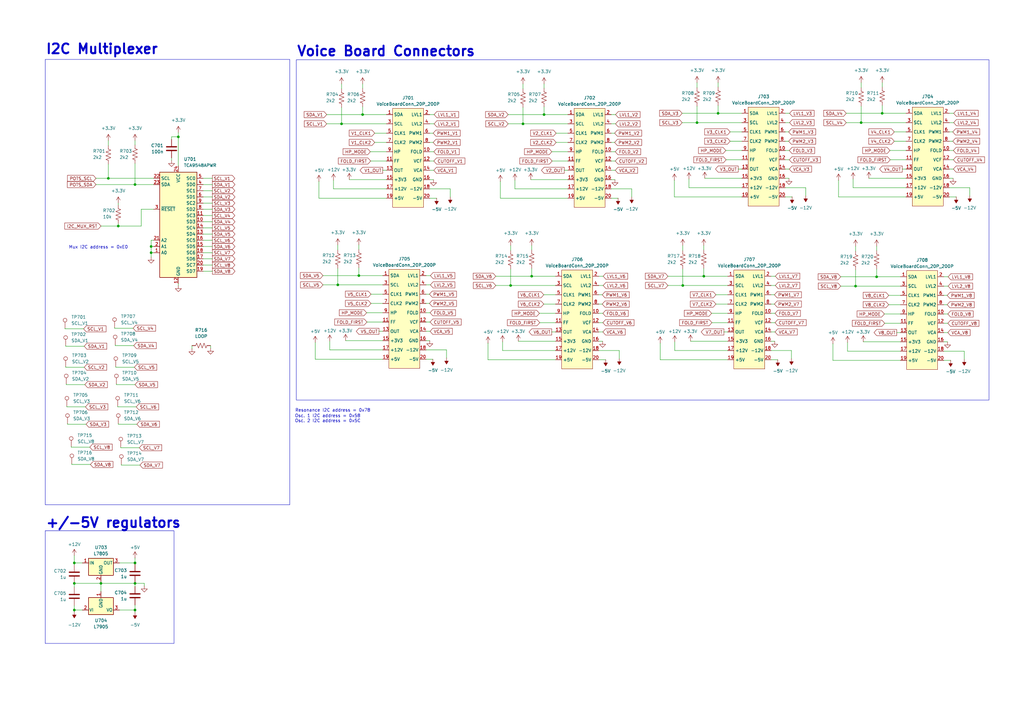
<source format=kicad_sch>
(kicad_sch (version 20231120) (generator "eeschema") (generator_version "8.0")
  (paper "A3")
  (junction (at 44.45 73.152))
  (junction (at 359.537 113.538))
  (junction (at 350.901 117.348))
  (junction (at 30.48 250.19))
  (junction (at 148.717 46.99))
  (junction (at 147.193 113.03))
  (junction (at 140.081 50.8))
  (junction (at 30.48 239.268))
  (junction (at 285.877 50.292))
  (junction (at 48.514 92.71))
  (junction (at 55.372 239.268))
  (junction (at 55.372 75.692))
  (junction (at 41.402 239.268))
  (junction (at 288.671 113.284))
  (junction (at 61.976 101.092))
  (junction (at 55.372 230.886))
  (junction (at 61.976 103.632))
  (junction (at 280.035 117.094))
  (junction (at 361.823 46.482))
  (junction (at 55.372 250.19))
  (junction (at 214.503 50.8))
  (junction (at 30.48 230.886))
  (junction (at 73.152 56.134))
  (junction (at 223.139 46.99))
  (junction (at 218.059 113.284))
  (junction (at 353.187 50.292))
  (junction (at 294.513 46.482))
  (junction (at 138.557 116.84))
  (junction (at 209.423 117.094))
  (wire (pts (xy 365.125 65.532) (xy 371.602 65.532)))
  (wire (pts (xy 29.21 183.388) (xy 29.21 183.134)))
  (wire (pts (xy 347.599 140.462) (xy 347.599 144.018)))
  (wire (pts (xy 226.314 136.144) (xy 227.838 136.144)))
  (wire (pts (xy 176.276 62.23) (xy 177.927 62.23)))
  (wire (pts (xy 316.23 117.094) (xy 318.008 117.094)))
  (wire (pts (xy 41.402 239.268) (xy 41.402 242.57)))
  (wire (pts (xy 174.752 116.84) (xy 176.53 116.84)))
  (wire (pts (xy 389.382 57.912) (xy 390.779 57.912)))
  (wire (pts (xy 174.752 139.7) (xy 176.276 139.7)))
  (wire (pts (xy 291.973 132.334) (xy 298.45 132.334)))
  (wire (pts (xy 30.48 239.268) (xy 30.48 240.792)))
  (wire (pts (xy 83.312 98.552) (xy 87.122 98.552)))
  (wire (pts (xy 174.752 128.27) (xy 176.403 128.27)))
  (wire (pts (xy 57.912 92.71) (xy 57.912 85.852)))
  (wire (pts (xy 83.312 83.312) (xy 87.122 83.312)))
  (wire (pts (xy 70.358 56.134) (xy 73.152 56.134)))
  (wire (pts (xy 245.618 113.284) (xy 247.396 113.284)))
  (wire (pts (xy 208.407 46.99) (xy 223.139 46.99)))
  (wire (pts (xy 250.698 69.85) (xy 252.349 69.85)))
  (wire (pts (xy 294.513 43.307) (xy 294.513 46.482)))
  (wire (pts (xy 273.939 117.094) (xy 280.035 117.094)))
  (wire (pts (xy 387.096 121.158) (xy 388.493 121.158)))
  (wire (pts (xy 259.08 77.47) (xy 259.08 80.772)))
  (wire (pts (xy 343.916 80.772) (xy 371.602 80.772)))
  (wire (pts (xy 366.776 57.912) (xy 371.602 57.912)))
  (wire (pts (xy 293.624 120.904) (xy 298.45 120.904)))
  (wire (pts (xy 316.23 136.144) (xy 317.881 136.144)))
  (wire (pts (xy 223.139 46.99) (xy 232.918 46.99)))
  (wire (pts (xy 174.752 143.51) (xy 183.134 143.51)))
  (wire (pts (xy 270.764 140.716) (xy 270.764 147.574)))
  (wire (pts (xy 250.698 62.23) (xy 252.349 62.23)))
  (wire (pts (xy 270.764 147.574) (xy 298.45 147.574)))
  (wire (pts (xy 350.901 110.617) (xy 350.901 117.348)))
  (wire (pts (xy 293.624 124.714) (xy 298.45 124.714)))
  (wire (pts (xy 370.078 69.342) (xy 371.602 69.342)))
  (wire (pts (xy 349.885 73.406) (xy 349.885 76.962)))
  (wire (pts (xy 322.072 54.102) (xy 323.469 54.102)))
  (wire (pts (xy 46.99 134.62) (xy 54.61 134.62)))
  (wire (pts (xy 26.924 150.622) (xy 34.544 150.622)))
  (wire (pts (xy 223.012 120.904) (xy 227.838 120.904)))
  (wire (pts (xy 129.286 147.32) (xy 156.972 147.32)))
  (wire (pts (xy 55.372 239.268) (xy 55.372 240.538)))
  (wire (pts (xy 316.23 132.334) (xy 317.881 132.334)))
  (wire (pts (xy 150.368 128.27) (xy 156.972 128.27)))
  (wire (pts (xy 44.45 73.152) (xy 62.992 73.152)))
  (wire (pts (xy 83.312 80.772) (xy 87.122 80.772)))
  (wire (pts (xy 349.885 76.962) (xy 371.602 76.962)))
  (wire (pts (xy 299.466 54.102) (xy 304.292 54.102)))
  (wire (pts (xy 200.152 140.716) (xy 200.152 147.574)))
  (wire (pts (xy 250.698 77.47) (xy 259.08 77.47)))
  (wire (pts (xy 48.514 173.99) (xy 48.514 173.736)))
  (wire (pts (xy 245.618 139.954) (xy 247.142 139.954)))
  (wire (pts (xy 209.423 117.094) (xy 227.838 117.094)))
  (wire (pts (xy 70.358 57.15) (xy 70.358 56.134)))
  (wire (pts (xy 245.618 120.904) (xy 247.015 120.904)))
  (wire (pts (xy 176.276 73.66) (xy 177.8 73.66)))
  (wire (pts (xy 176.276 66.04) (xy 177.927 66.04)))
  (wire (pts (xy 48.514 83.312) (xy 48.514 84.074)))
  (wire (pts (xy 203.327 113.284) (xy 218.059 113.284)))
  (wire (pts (xy 282.575 76.962) (xy 304.292 76.962)))
  (wire (pts (xy 353.187 50.292) (xy 371.602 50.292)))
  (wire (pts (xy 83.312 73.152) (xy 87.122 73.152)))
  (wire (pts (xy 26.924 150.622) (xy 26.924 150.368)))
  (wire (pts (xy 49.022 230.886) (xy 55.372 230.886)))
  (wire (pts (xy 254 143.764) (xy 254 147.066)))
  (wire (pts (xy 250.698 58.42) (xy 252.095 58.42)))
  (wire (pts (xy 47.244 141.732) (xy 54.864 141.732)))
  (wire (pts (xy 30.48 227.838) (xy 30.48 230.886)))
  (wire (pts (xy 176.276 54.61) (xy 177.673 54.61)))
  (wire (pts (xy 389.382 46.482) (xy 391.16 46.482)))
  (wire (pts (xy 41.402 239.268) (xy 55.372 239.268)))
  (wire (pts (xy 387.096 132.588) (xy 388.747 132.588)))
  (wire (pts (xy 147.193 113.03) (xy 156.972 113.03)))
  (wire (pts (xy 322.072 61.722) (xy 323.723 61.722)))
  (wire (pts (xy 387.096 128.778) (xy 388.747 128.778)))
  (wire (pts (xy 49.784 190.754) (xy 49.784 190.5)))
  (wire (pts (xy 44.45 57.658) (xy 44.45 59.69)))
  (wire (pts (xy 27.178 157.734) (xy 27.178 157.48)))
  (wire (pts (xy 148.717 34.417) (xy 148.717 36.195)))
  (wire (pts (xy 359.537 110.363) (xy 359.537 113.538)))
  (wire (pts (xy 367.792 136.398) (xy 369.316 136.398)))
  (wire (pts (xy 152.146 120.65) (xy 156.972 120.65)))
  (wire (pts (xy 387.096 136.398) (xy 388.747 136.398)))
  (wire (pts (xy 55.372 230.886) (xy 55.372 231.394)))
  (wire (pts (xy 299.466 57.912) (xy 304.292 57.912)))
  (wire (pts (xy 174.752 135.89) (xy 176.403 135.89)))
  (wire (pts (xy 389.382 73.152) (xy 390.906 73.152)))
  (wire (pts (xy 141.732 139.7) (xy 156.972 139.7)))
  (wire (pts (xy 86.36 141.732) (xy 86.36 142.748)))
  (wire (pts (xy 27.178 157.734) (xy 34.798 157.734)))
  (wire (pts (xy 129.286 140.462) (xy 129.286 147.32)))
  (wire (pts (xy 280.035 100.711) (xy 280.035 102.743)))
  (wire (pts (xy 389.382 69.342) (xy 391.033 69.342)))
  (wire (pts (xy 183.134 143.51) (xy 183.134 146.812)))
  (wire (pts (xy 341.63 147.828) (xy 369.316 147.828)))
  (wire (pts (xy 389.382 54.102) (xy 390.779 54.102)))
  (wire (pts (xy 174.752 132.08) (xy 176.403 132.08)))
  (wire (pts (xy 155.448 135.89) (xy 156.972 135.89)))
  (wire (pts (xy 279.781 46.482) (xy 294.513 46.482)))
  (wire (pts (xy 132.461 116.84) (xy 138.557 116.84)))
  (wire (pts (xy 184.658 77.47) (xy 184.658 80.772)))
  (wire (pts (xy 341.63 140.97) (xy 341.63 147.828)))
  (wire (pts (xy 61.976 98.552) (xy 62.992 98.552)))
  (wire (pts (xy 205.232 81.28) (xy 232.918 81.28)))
  (wire (pts (xy 147.193 100.457) (xy 147.193 102.235)))
  (wire (pts (xy 297.688 61.722) (xy 304.292 61.722)))
  (wire (pts (xy 206.121 143.764) (xy 227.838 143.764)))
  (wire (pts (xy 343.916 73.914) (xy 343.916 80.772)))
  (wire (pts (xy 174.752 113.03) (xy 176.53 113.03)))
  (wire (pts (xy 302.768 69.342) (xy 304.292 69.342)))
  (wire (pts (xy 322.072 69.342) (xy 323.723 69.342)))
  (wire (pts (xy 39.37 73.152) (xy 44.45 73.152)))
  (wire (pts (xy 218.059 100.711) (xy 218.059 102.489)))
  (wire (pts (xy 130.81 81.28) (xy 158.496 81.28)))
  (wire (pts (xy 59.182 240.284) (xy 59.182 239.268)))
  (wire (pts (xy 41.402 92.71) (xy 48.514 92.71)))
  (wire (pts (xy 361.823 46.482) (xy 371.602 46.482)))
  (wire (pts (xy 218.059 113.284) (xy 227.838 113.284)))
  (wire (pts (xy 291.846 128.524) (xy 298.45 128.524)))
  (wire (pts (xy 250.698 81.28) (xy 253.492 81.28)))
  (wire (pts (xy 48.514 92.71) (xy 57.912 92.71)))
  (wire (pts (xy 138.557 116.84) (xy 156.972 116.84)))
  (wire (pts (xy 223.139 34.417) (xy 223.139 36.195)))
  (wire (pts (xy 245.618 147.574) (xy 248.412 147.574)))
  (wire (pts (xy 133.985 46.99) (xy 148.717 46.99)))
  (wire (pts (xy 285.877 50.292) (xy 304.292 50.292)))
  (wire (pts (xy 387.096 124.968) (xy 388.493 124.968)))
  (wire (pts (xy 30.48 250.19) (xy 30.48 250.952)))
  (wire (pts (xy 285.877 43.561) (xy 285.877 50.292)))
  (wire (pts (xy 297.815 65.532) (xy 304.292 65.532)))
  (wire (pts (xy 174.752 124.46) (xy 176.149 124.46)))
  (wire (pts (xy 143.256 73.66) (xy 158.496 73.66)))
  (wire (pts (xy 73.152 56.134) (xy 73.152 68.072)))
  (wire (pts (xy 203.327 117.094) (xy 209.423 117.094)))
  (wire (pts (xy 55.372 239.014) (xy 55.372 239.268)))
  (wire (pts (xy 136.779 77.47) (xy 158.496 77.47)))
  (wire (pts (xy 150.495 132.08) (xy 156.972 132.08)))
  (wire (pts (xy 206.121 140.208) (xy 206.121 143.764)))
  (wire (pts (xy 354.076 140.208) (xy 369.316 140.208)))
  (wire (pts (xy 26.924 141.986) (xy 26.924 141.732)))
  (wire (pts (xy 46.99 134.62) (xy 46.99 134.366)))
  (wire (pts (xy 61.976 101.092) (xy 62.992 101.092)))
  (wire (pts (xy 322.072 46.482) (xy 323.85 46.482)))
  (wire (pts (xy 212.598 139.954) (xy 227.838 139.954)))
  (wire (pts (xy 324.612 143.764) (xy 324.612 147.066)))
  (wire (pts (xy 148.717 46.99) (xy 158.496 46.99)))
  (wire (pts (xy 350.901 100.965) (xy 350.901 102.997)))
  (wire (pts (xy 245.618 128.524) (xy 247.269 128.524)))
  (wire (pts (xy 283.21 139.954) (xy 298.45 139.954)))
  (wire (pts (xy 30.48 248.412) (xy 30.48 250.19)))
  (wire (pts (xy 359.537 113.538) (xy 369.316 113.538)))
  (wire (pts (xy 83.312 88.392) (xy 87.122 88.392)))
  (wire (pts (xy 153.67 58.42) (xy 158.496 58.42)))
  (wire (pts (xy 217.678 73.66) (xy 232.918 73.66)))
  (wire (pts (xy 366.776 54.102) (xy 371.602 54.102)))
  (wire (pts (xy 214.503 34.417) (xy 214.503 36.449)))
  (wire (pts (xy 347.599 144.018) (xy 369.316 144.018)))
  (wire (pts (xy 208.407 50.8) (xy 214.503 50.8)))
  (wire (pts (xy 130.81 74.422) (xy 130.81 81.28)))
  (wire (pts (xy 174.752 147.32) (xy 177.546 147.32)))
  (wire (pts (xy 316.23 147.574) (xy 319.024 147.574)))
  (wire (pts (xy 316.23 139.954) (xy 317.754 139.954)))
  (wire (pts (xy 361.823 33.909) (xy 361.823 35.687)))
  (wire (pts (xy 282.575 73.406) (xy 282.575 76.962)))
  (wire (pts (xy 55.372 57.658) (xy 55.372 59.436)))
  (wire (pts (xy 73.152 54.356) (xy 73.152 56.134)))
  (wire (pts (xy 151.892 62.23) (xy 158.496 62.23)))
  (wire (pts (xy 55.372 230.886) (xy 55.372 228.854)))
  (wire (pts (xy 221.234 128.524) (xy 227.838 128.524)))
  (wire (pts (xy 316.23 120.904) (xy 317.627 120.904)))
  (wire (pts (xy 140.081 44.069) (xy 140.081 50.8)))
  (wire (pts (xy 322.072 65.532) (xy 323.723 65.532)))
  (wire (pts (xy 280.035 117.094) (xy 298.45 117.094)))
  (wire (pts (xy 176.276 46.99) (xy 178.054 46.99)))
  (wire (pts (xy 138.557 110.109) (xy 138.557 116.84)))
  (wire (pts (xy 344.805 113.538) (xy 359.537 113.538)))
  (wire (pts (xy 362.839 132.588) (xy 369.316 132.588)))
  (wire (pts (xy 47.752 157.734) (xy 55.372 157.734)))
  (wire (pts (xy 322.072 73.152) (xy 323.596 73.152)))
  (wire (pts (xy 285.877 33.909) (xy 285.877 35.941)))
  (wire (pts (xy 70.358 64.77) (xy 70.358 65.786)))
  (wire (pts (xy 78.74 141.732) (xy 78.74 143.002)))
  (wire (pts (xy 153.67 54.61) (xy 158.496 54.61)))
  (wire (pts (xy 387.096 140.208) (xy 388.62 140.208)))
  (wire (pts (xy 316.23 143.764) (xy 324.612 143.764)))
  (wire (pts (xy 209.423 110.363) (xy 209.423 117.094)))
  (wire (pts (xy 61.976 103.632) (xy 62.992 103.632)))
  (wire (pts (xy 223.139 43.815) (xy 223.139 46.99)))
  (wire (pts (xy 44.45 67.31) (xy 44.45 73.152)))
  (wire (pts (xy 214.503 44.069) (xy 214.503 50.8)))
  (wire (pts (xy 47.498 150.622) (xy 55.118 150.622)))
  (wire (pts (xy 387.096 117.348) (xy 388.874 117.348)))
  (wire (pts (xy 55.372 75.692) (xy 62.992 75.692)))
  (wire (pts (xy 294.513 33.909) (xy 294.513 35.687)))
  (wire (pts (xy 49.022 250.19) (xy 55.372 250.19)))
  (wire (pts (xy 347.091 46.482) (xy 361.823 46.482)))
  (wire (pts (xy 276.606 80.772) (xy 304.292 80.772)))
  (wire (pts (xy 49.53 183.642) (xy 57.15 183.642)))
  (wire (pts (xy 47.244 141.732) (xy 47.244 141.478)))
  (wire (pts (xy 387.096 147.828) (xy 389.89 147.828)))
  (wire (pts (xy 176.276 69.85) (xy 177.927 69.85)))
  (wire (pts (xy 152.146 124.46) (xy 156.972 124.46)))
  (wire (pts (xy 174.752 120.65) (xy 176.149 120.65)))
  (wire (pts (xy 83.312 101.092) (xy 87.122 101.092)))
  (wire (pts (xy 27.686 173.99) (xy 27.686 173.736)))
  (wire (pts (xy 55.372 67.056) (xy 55.372 75.692)))
  (wire (pts (xy 211.201 73.914) (xy 211.201 77.47)))
  (wire (pts (xy 83.312 103.632) (xy 87.122 103.632)))
  (wire (pts (xy 140.081 34.417) (xy 140.081 36.449)))
  (wire (pts (xy 49.784 190.754) (xy 57.404 190.754)))
  (wire (pts (xy 250.698 46.99) (xy 252.476 46.99)))
  (wire (pts (xy 226.314 62.23) (xy 232.918 62.23)))
  (wire (pts (xy 250.698 66.04) (xy 252.349 66.04)))
  (wire (pts (xy 245.618 132.334) (xy 247.269 132.334)))
  (wire (pts (xy 353.187 43.561) (xy 353.187 50.292)))
  (wire (pts (xy 214.503 50.8) (xy 232.918 50.8)))
  (wire (pts (xy 289.052 73.152) (xy 304.292 73.152)))
  (wire (pts (xy 316.23 128.524) (xy 317.881 128.524)))
  (wire (pts (xy 55.372 250.19) (xy 55.372 251.206)))
  (wire (pts (xy 273.939 113.284) (xy 288.671 113.284)))
  (wire (pts (xy 209.423 100.711) (xy 209.423 102.743)))
  (wire (pts (xy 359.537 100.965) (xy 359.537 102.743)))
  (wire (pts (xy 387.096 144.018) (xy 395.478 144.018)))
  (wire (pts (xy 221.361 132.334) (xy 227.838 132.334)))
  (wire (pts (xy 48.26 166.878) (xy 48.26 166.624)))
  (wire (pts (xy 389.382 80.772) (xy 392.176 80.772)))
  (wire (pts (xy 322.072 76.962) (xy 330.454 76.962)))
  (wire (pts (xy 41.402 238.506) (xy 41.402 239.268)))
  (wire (pts (xy 29.464 190.5) (xy 29.464 190.246)))
  (wire (pts (xy 30.48 230.886) (xy 33.782 230.886)))
  (wire (pts (xy 61.976 105.41) (xy 61.976 103.632)))
  (wire (pts (xy 356.362 73.152) (xy 371.602 73.152)))
  (wire (pts (xy 27.432 166.878) (xy 35.052 166.878)))
  (wire (pts (xy 73.152 116.332) (xy 73.152 117.094)))
  (wire (pts (xy 30.48 230.886) (xy 30.48 231.648)))
  (wire (pts (xy 148.717 43.815) (xy 148.717 46.99)))
  (wire (pts (xy 48.26 166.878) (xy 55.88 166.878)))
  (wire (pts (xy 389.382 50.292) (xy 391.16 50.292)))
  (wire (pts (xy 83.312 96.012) (xy 87.122 96.012)))
  (wire (pts (xy 61.976 101.092) (xy 61.976 98.552)))
  (wire (pts (xy 316.23 113.284) (xy 318.008 113.284)))
  (wire (pts (xy 364.49 121.158) (xy 369.316 121.158)))
  (wire (pts (xy 280.035 110.363) (xy 280.035 117.094)))
  (wire (pts (xy 83.312 78.232) (xy 87.122 78.232)))
  (wire (pts (xy 29.464 190.5) (xy 37.084 190.5)))
  (wire (pts (xy 140.081 50.8) (xy 158.496 50.8)))
  (wire (pts (xy 250.698 54.61) (xy 252.095 54.61)))
  (wire (pts (xy 288.671 110.109) (xy 288.671 113.284)))
  (wire (pts (xy 228.092 54.61) (xy 232.918 54.61)))
  (wire (pts (xy 176.276 50.8) (xy 178.054 50.8)))
  (wire (pts (xy 231.394 69.85) (xy 232.918 69.85)))
  (wire (pts (xy 133.985 50.8) (xy 140.081 50.8)))
  (wire (pts (xy 135.255 143.51) (xy 156.972 143.51)))
  (wire (pts (xy 152.019 66.04) (xy 158.496 66.04)))
  (wire (pts (xy 395.478 144.018) (xy 395.478 147.32)))
  (wire (pts (xy 135.255 139.954) (xy 135.255 143.51)))
  (wire (pts (xy 83.312 93.472) (xy 87.122 93.472)))
  (wire (pts (xy 27.686 173.99) (xy 35.306 173.99)))
  (wire (pts (xy 226.441 66.04) (xy 232.918 66.04)))
  (wire (pts (xy 48.514 91.694) (xy 48.514 92.71)))
  (wire (pts (xy 362.712 128.778) (xy 369.316 128.778)))
  (wire (pts (xy 387.096 113.538) (xy 388.874 113.538)))
  (wire (pts (xy 294.513 46.482) (xy 304.292 46.482)))
  (wire (pts (xy 55.372 250.19) (xy 55.372 248.158)))
  (wire (pts (xy 361.823 43.307) (xy 361.823 46.482)))
  (wire (pts (xy 26.67 134.874) (xy 34.29 134.874)))
  (wire (pts (xy 288.671 113.284) (xy 298.45 113.284)))
  (wire (pts (xy 276.733 140.208) (xy 276.733 143.764)))
  (wire (pts (xy 322.072 80.772) (xy 324.866 80.772)))
  (wire (pts (xy 389.382 61.722) (xy 391.033 61.722)))
  (wire (pts (xy 350.901 117.348) (xy 369.316 117.348)))
  (wire (pts (xy 245.618 124.714) (xy 247.015 124.714)))
  (wire (pts (xy 132.461 113.03) (xy 147.193 113.03)))
  (wire (pts (xy 344.805 117.348) (xy 350.901 117.348)))
  (wire (pts (xy 147.193 109.855) (xy 147.193 113.03)))
  (wire (pts (xy 218.059 110.109) (xy 218.059 113.284)))
  (wire (pts (xy 389.382 76.962) (xy 397.764 76.962)))
  (wire (pts (xy 136.779 73.914) (xy 136.779 77.47)))
  (wire (pts (xy 200.152 147.574) (xy 227.838 147.574)))
  (wire (pts (xy 48.514 173.99) (xy 56.134 173.99)))
  (wire (pts (xy 83.312 75.692) (xy 87.122 75.692)))
  (wire (pts (xy 47.498 150.622) (xy 47.498 150.368)))
  (wire (pts (xy 83.312 111.252) (xy 87.122 111.252)))
  (wire (pts (xy 39.37 75.692) (xy 55.372 75.692)))
  (wire (pts (xy 296.926 136.144) (xy 298.45 136.144)))
  (wire (pts (xy 205.232 74.422) (xy 205.232 81.28)))
  (wire (pts (xy 83.312 90.932) (xy 87.122 90.932)))
  (wire (pts (xy 59.182 239.268) (xy 55.372 239.268)))
  (wire (pts (xy 156.972 69.85) (xy 158.496 69.85)))
  (wire (pts (xy 250.698 50.8) (xy 252.476 50.8)))
  (wire (pts (xy 176.276 58.42) (xy 177.673 58.42)))
  (wire (pts (xy 176.276 81.28) (xy 179.07 81.28)))
  (wire (pts (xy 330.454 76.962) (xy 330.454 80.264)))
  (wire (pts (xy 245.618 117.094) (xy 247.396 117.094)))
  (wire (pts (xy 26.924 141.986) (xy 34.544 141.986)))
  (wire (pts (xy 30.48 239.268) (xy 41.402 239.268)))
  (wire (pts (xy 29.21 183.388) (xy 36.83 183.388)))
  (wire (pts (xy 26.67 134.874) (xy 26.67 134.62)))
  (wire (pts (xy 322.072 50.292) (xy 323.85 50.292)))
  (wire (pts (xy 223.012 124.714) (xy 227.838 124.714)))
  (wire (pts (xy 30.48 250.19) (xy 33.782 250.19)))
  (wire (pts (xy 245.618 143.764) (xy 254 143.764)))
  (wire (pts (xy 245.618 136.144) (xy 247.269 136.144)))
  (wire (pts (xy 316.23 124.714) (xy 317.627 124.714)))
  (wire (pts (xy 279.781 50.292) (xy 285.877 50.292)))
  (wire (pts (xy 353.187 33.909) (xy 353.187 35.941)))
  (wire (pts (xy 228.092 58.42) (xy 232.918 58.42)))
  (wire (pts (xy 138.557 100.457) (xy 138.557 102.489)))
  (wire (pts (xy 27.432 166.878) (xy 27.432 166.624)))
  (wire (pts (xy 397.764 76.962) (xy 397.764 80.264)))
  (wire (pts (xy 322.072 57.912) (xy 323.469 57.912)))
  (wire (pts (xy 288.671 100.711) (xy 288.671 102.489)))
  (wire (pts (xy 49.53 183.642) (xy 49.53 183.388)))
  (wire (pts (xy 61.976 103.632) (xy 61.976 101.092)))
  (wire (pts (xy 364.49 124.968) (xy 369.316 124.968)))
  (wire (pts (xy 276.733 143.764) (xy 298.45 143.764)))
  (wire (pts (xy 83.312 108.712) (xy 87.122 108.712)))
  (wire (pts (xy 250.698 73.66) (xy 252.222 73.66)))
  (wire (pts (xy 83.312 106.172) (xy 87.122 106.172)))
  (wire (pts (xy 47.752 157.734) (xy 47.752 157.48)))
  (wire (pts (xy 211.201 77.47) (xy 232.918 77.47)))
  (wire (pts (xy 276.606 73.914) (xy 276.606 80.772)))
  (wire (pts (xy 83.312 85.852) (xy 87.122 85.852)))
  (wire (pts (xy 57.912 85.852) (xy 62.992 85.852)))
  (wire (pts (xy 347.091 50.292) (xy 353.187 50.292)))
  (wire (pts (xy 364.998 61.722) (xy 371.602 61.722)))
  (wire (pts (xy 176.276 77.47) (xy 184.658 77.47)))
  (wire (pts (xy 389.382 65.532) (xy 391.033 65.532)))
  (rectangle (start 121.539 24.511) (end 405.638 164.084))
  (rectangle (start 18.542 24.384) (end 118.872 207.01))
  (rectangle (start 18.542 217.678) (end 71.374 263.906))
  (text "Osc. 1 I2C address = 0x58\nOsc. 2 I2C address = 0x5C" (at 120.904 173.482 0) (effects (font (size 1.27 1.27)) (justify left bottom)))
  (text "I2C Multiplexer" (at 18.542 22.606 0) (effects (font (size 4 4) (thickness 0.8) (bold yes)) (justify left bottom)))
  (text "Voice Board Connectors" (at 121.539 23.495 0) (effects (font (size 4 4) (thickness 0.8) (bold yes)) (justify left bottom)))
  (text "+/-5V regulators" (at 18.542 216.916 0) (effects (font (size 4 4) (thickness 0.8) (bold yes)) (justify left bottom)))
  (text "Mux I2C address = 0xE0" (at 28.194 102.235 0) (effects (font (size 1.27 1.27)) (justify left bottom)))
  (text "Resonance I2C address = 0x78" (at 121.031 169.164 0) (effects (font (size 1.27 1.27)) (justify left bottom)))
  (global_label "LVL1_V6" (shape input) (at 247.396 113.284 0) (property "Intersheetrefs" "${INTERSHEET_REFS}" (effects (hide yes))))
  (global_label "SCL_V5" (shape input) (at 55.118 150.622 0) (property "Intersheetrefs" "${INTERSHEET_REFS}" (effects (hide yes))))
  (global_label "SDA_V1" (shape input) (at 133.985 46.99 180) (property "Intersheetrefs" "${INTERSHEET_REFS}" (effects (hide yes))))
  (global_label "SCL_V7" (shape output) (at 87.122 103.632 0) (property "Intersheetrefs" "${INTERSHEET_REFS}" (effects (hide yes))))
  (global_label "SDA_V7" (shape input) (at 273.939 113.284 180) (property "Intersheetrefs" "${INTERSHEET_REFS}" (effects (hide yes))))
  (global_label "SDA_V6" (shape input) (at 56.134 173.99 0) (property "Intersheetrefs" "${INTERSHEET_REFS}" (effects (hide yes))))
  (global_label "LVL2_V8" (shape input) (at 388.874 117.348 0) (property "Intersheetrefs" "${INTERSHEET_REFS}" (effects (hide yes))))
  (global_label "V6_CLK1" (shape input) (at 223.012 120.904 180) (property "Intersheetrefs" "${INTERSHEET_REFS}" (effects (hide yes))))
  (global_label "PWM1_V3" (shape input) (at 323.469 54.102 0) (property "Intersheetrefs" "${INTERSHEET_REFS}" (effects (hide yes))))
  (global_label "PWM2_V5" (shape input) (at 176.149 124.46 0) (property "Intersheetrefs" "${INTERSHEET_REFS}" (effects (hide yes))))
  (global_label "V5_OUT" (shape output) (at 155.448 135.89 180) (property "Intersheetrefs" "${INTERSHEET_REFS}" (effects (hide yes))))
  (global_label "HP_MODE" (shape input) (at 291.846 128.524 180) (property "Intersheetrefs" "${INTERSHEET_REFS}" (effects (hide yes))))
  (global_label "SCL_V4" (shape input) (at 347.091 50.292 180) (property "Intersheetrefs" "${INTERSHEET_REFS}" (effects (hide yes))))
  (global_label "SDA_V3" (shape input) (at 35.306 173.99 0) (property "Intersheetrefs" "${INTERSHEET_REFS}" (effects (hide yes))))
  (global_label "SCL_V5" (shape output) (at 87.122 93.472 0) (property "Intersheetrefs" "${INTERSHEET_REFS}" (effects (hide yes))))
  (global_label "HP_MODE" (shape input) (at 362.712 128.778 180) (property "Intersheetrefs" "${INTERSHEET_REFS}" (effects (hide yes))))
  (global_label "PWM2_V2" (shape input) (at 252.095 58.42 0) (property "Intersheetrefs" "${INTERSHEET_REFS}" (effects (hide yes))))
  (global_label "VCA_V8" (shape input) (at 388.747 136.398 0) (property "Intersheetrefs" "${INTERSHEET_REFS}" (effects (hide yes))))
  (global_label "LVL2_V6" (shape input) (at 247.396 117.094 0) (property "Intersheetrefs" "${INTERSHEET_REFS}" (effects (hide yes))))
  (global_label "POTS_SCL" (shape input) (at 39.37 73.152 180) (property "Intersheetrefs" "${INTERSHEET_REFS}" (effects (hide yes))))
  (global_label "SCL_V7" (shape input) (at 273.939 117.094 180) (property "Intersheetrefs" "${INTERSHEET_REFS}" (effects (hide yes))))
  (global_label "V6_CLK2" (shape input) (at 223.012 124.714 180) (property "Intersheetrefs" "${INTERSHEET_REFS}" (effects (hide yes))))
  (global_label "HP_MODE" (shape input) (at 297.688 61.722 180) (property "Intersheetrefs" "${INTERSHEET_REFS}" (effects (hide yes))))
  (global_label "CUTOFF_V2" (shape input) (at 252.349 66.04 0) (property "Intersheetrefs" "${INTERSHEET_REFS}" (effects (hide yes))))
  (global_label "SDA_V4" (shape input) (at 347.091 46.482 180) (property "Intersheetrefs" "${INTERSHEET_REFS}" (effects (hide yes))))
  (global_label "V1_OUT" (shape output) (at 156.972 69.85 180) (property "Intersheetrefs" "${INTERSHEET_REFS}" (effects (hide yes))))
  (global_label "PWM1_V1" (shape input) (at 177.673 54.61 0) (property "Intersheetrefs" "${INTERSHEET_REFS}" (effects (hide yes))))
  (global_label "SCL_V2" (shape output) (at 87.122 78.232 0) (property "Intersheetrefs" "${INTERSHEET_REFS}" (effects (hide yes))))
  (global_label "PWM2_V8" (shape input) (at 388.493 124.968 0) (property "Intersheetrefs" "${INTERSHEET_REFS}" (effects (hide yes))))
  (global_label "I2C_MUX_RST" (shape input) (at 41.402 92.71 180) (property "Intersheetrefs" "${INTERSHEET_REFS}" (effects (hide yes))))
  (global_label "PWM2_V4" (shape input) (at 390.779 57.912 0) (property "Intersheetrefs" "${INTERSHEET_REFS}" (effects (hide yes))))
  (global_label "SCL_V1" (shape input) (at 133.985 50.8 180) (property "Intersheetrefs" "${INTERSHEET_REFS}" (effects (hide yes))))
  (global_label "LVL1_V7" (shape input) (at 318.008 113.284 0) (property "Intersheetrefs" "${INTERSHEET_REFS}" (effects (hide yes))))
  (global_label "SCL_V3" (shape output) (at 87.122 83.312 0) (property "Intersheetrefs" "${INTERSHEET_REFS}" (effects (hide yes))))
  (global_label "SCL_V3" (shape input) (at 35.052 166.878 0) (property "Intersheetrefs" "${INTERSHEET_REFS}" (effects (hide yes))))
  (global_label "SDA_V1" (shape input) (at 34.544 141.986 0) (property "Intersheetrefs" "${INTERSHEET_REFS}" (effects (hide yes))))
  (global_label "V7_CLK2" (shape input) (at 293.624 124.714 180) (property "Intersheetrefs" "${INTERSHEET_REFS}" (effects (hide yes))))
  (global_label "SCL_V3" (shape input) (at 279.781 50.292 180) (property "Intersheetrefs" "${INTERSHEET_REFS}" (effects (hide yes))))
  (global_label "V1_CLK1" (shape input) (at 153.67 54.61 180) (property "Intersheetrefs" "${INTERSHEET_REFS}" (effects (hide yes))))
  (global_label "VCA_V4" (shape input) (at 391.033 69.342 0) (property "Intersheetrefs" "${INTERSHEET_REFS}" (effects (hide yes))))
  (global_label "PWM1_V4" (shape input) (at 390.779 54.102 0) (property "Intersheetrefs" "${INTERSHEET_REFS}" (effects (hide yes))))
  (global_label "V8_CLK2" (shape input) (at 364.49 124.968 180) (property "Intersheetrefs" "${INTERSHEET_REFS}" (effects (hide yes))))
  (global_label "VCA_V1" (shape input) (at 177.927 69.85 0) (property "Intersheetrefs" "${INTERSHEET_REFS}" (effects (hide yes))))
  (global_label "V8_CLK1" (shape input) (at 364.49 121.158 180) (property "Intersheetrefs" "${INTERSHEET_REFS}" (effects (hide yes))))
  (global_label "LVL2_V4" (shape input) (at 391.16 50.292 0) (property "Intersheetrefs" "${INTERSHEET_REFS}" (effects (hide yes))))
  (global_label "FOLD_FIRST" (shape input) (at 291.973 132.334 180) (property "Intersheetrefs" "${INTERSHEET_REFS}" (effects (hide yes))))
  (global_label "VCA_V6" (shape input) (at 247.269 136.144 0) (property "Intersheetrefs" "${INTERSHEET_REFS}" (effects (hide yes))))
  (global_label "V3_CLK1" (shape input) (at 299.466 54.102 180) (property "Intersheetrefs" "${INTERSHEET_REFS}" (effects (hide yes))))
  (global_label "CUTOFF_V6" (shape input) (at 247.269 132.334 0) (property "Intersheetrefs" "${INTERSHEET_REFS}" (effects (hide yes))))
  (global_label "SCL_V8" (shape input) (at 344.805 117.348 180) (property "Intersheetrefs" "${INTERSHEET_REFS}" (effects (hide yes))))
  (global_label "V5_CLK1" (shape input) (at 152.146 120.65 180) (property "Intersheetrefs" "${INTERSHEET_REFS}" (effects (hide yes))))
  (global_label "LVL2_V5" (shape input) (at 176.53 116.84 0) (property "Intersheetrefs" "${INTERSHEET_REFS}" (effects (hide yes))))
  (global_label "V2_OUT" (shape output) (at 231.394 69.85 180) (property "Intersheetrefs" "${INTERSHEET_REFS}" (effects (hide yes))))
  (global_label "FOLD_FIRST" (shape input) (at 150.495 132.08 180) (property "Intersheetrefs" "${INTERSHEET_REFS}" (effects (hide yes))))
  (global_label "V4_CLK1" (shape input) (at 366.776 54.102 180) (property "Intersheetrefs" "${INTERSHEET_REFS}" (effects (hide yes))))
  (global_label "SDA_V8" (shape input) (at 344.805 113.538 180) (property "Intersheetrefs" "${INTERSHEET_REFS}" (effects (hide yes))))
  (global_label "FOLD_V6" (shape input) (at 247.269 128.524 0) (property "Intersheetrefs" "${INTERSHEET_REFS}" (effects (hide yes))))
  (global_label "FOLD_V7" (shape input) (at 317.881 128.524 0) (property "Intersheetrefs" "${INTERSHEET_REFS}" (effects (hide yes))))
  (global_label "POTS_SDA" (shape input) (at 39.37 75.692 180) (property "Intersheetrefs" "${INTERSHEET_REFS}" (effects (hide yes))))
  (global_label "HP_MODE" (shape input) (at 221.234 128.524 180) (property "Intersheetrefs" "${INTERSHEET_REFS}" (effects (hide yes))))
  (global_label "SDA_V7" (shape input) (at 57.404 190.754 0) (property "Intersheetrefs" "${INTERSHEET_REFS}" (effects (hide yes))))
  (global_label "PWM2_V1" (shape input) (at 177.673 58.42 0) (property "Intersheetrefs" "${INTERSHEET_REFS}" (effects (hide yes))))
  (global_label "SDA_V7" (shape output) (at 87.122 106.172 0) (property "Intersheetrefs" "${INTERSHEET_REFS}" (effects (hide yes))))
  (global_label "CUTOFF_V3" (shape input) (at 323.723 65.532 0) (property "Intersheetrefs" "${INTERSHEET_REFS}" (effects (hide yes))))
  (global_label "CUTOFF_V7" (shape input) (at 317.881 132.334 0) (property "Intersheetrefs" "${INTERSHEET_REFS}" (effects (hide yes))))
  (global_label "SCL_V6" (shape input) (at 203.327 117.094 180) (property "Intersheetrefs" "${INTERSHEET_REFS}" (effects (hide yes))))
  (global_label "V3_OUT" (shape output) (at 302.768 69.342 180) (property "Intersheetrefs" "${INTERSHEET_REFS}" (effects (hide yes))))
  (global_label "FOLD_FIRST" (shape input) (at 221.361 132.334 180) (property "Intersheetrefs" "${INTERSHEET_REFS}" (effects (hide yes))))
  (global_label "SDA_V3" (shape input) (at 279.781 46.482 180) (property "Intersheetrefs" "${INTERSHEET_REFS}" (effects (hide yes))))
  (global_label "FOLD_V3" (shape input) (at 323.723 61.722 0) (property "Intersheetrefs" "${INTERSHEET_REFS}" (effects (hide yes))))
  (global_label "FOLD_V1" (shape input) (at 177.927 62.23 0) (property "Intersheetrefs" "${INTERSHEET_REFS}" (effects (hide yes))))
  (global_label "VCA_V2" (shape input) (at 252.349 69.85 0) (property "Intersheetrefs" "${INTERSHEET_REFS}" (effects (hide yes))))
  (global_label "PWM2_V3" (shape input) (at 323.469 57.912 0) (property "Intersheetrefs" "${INTERSHEET_REFS}" (effects (hide yes))))
  (global_label "LVL2_V7" (shape input) (at 318.008 117.094 0) (property "Intersheetrefs" "${INTERSHEET_REFS}" (effects (hide yes))))
  (global_label "LVL1_V1" (shape input) (at 178.054 46.99 0) (property "Intersheetrefs" "${INTERSHEET_REFS}" (effects (hide yes))))
  (global_label "PWM2_V6" (shape input) (at 247.015 124.714 0) (property "Intersheetrefs" "${INTERSHEET_REFS}" (effects (hide yes))))
  (global_label "SDA_V2" (shape input) (at 34.798 157.734 0) (property "Intersheetrefs" "${INTERSHEET_REFS}" (effects (hide yes))))
  (global_label "V2_CLK2" (shape input) (at 228.092 58.42 180) (property "Intersheetrefs" "${INTERSHEET_REFS}" (effects (hide yes))))
  (global_label "SCL_V2" (shape input) (at 34.544 150.622 0) (property "Intersheetrefs" "${INTERSHEET_REFS}" (effects (hide yes))))
  (global_label "SDA_V6" (shape output) (at 87.122 101.092 0) (property "Intersheetrefs" "${INTERSHEET_REFS}" (effects (hide yes))))
  (global_label "V4_CLK2" (shape input) (at 366.776 57.912 180) (property "Intersheetrefs" "${INTERSHEET_REFS}" (effects (hide yes))))
  (global_label "SCL_V1" (shape output) (at 87.122 73.152 0) (property "Intersheetrefs" "${INTERSHEET_REFS}" (effects (hide yes))))
  (global_label "CUTOFF_V5" (shape input) (at 176.403 132.08 0) (property "Intersheetrefs" "${INTERSHEET_REFS}" (effects (hide yes))))
  (global_label "LVL2_V1" (shape input) (at 178.054 50.8 0) (property "Intersheetrefs" "${INTERSHEET_REFS}" (effects (hide yes))))
  (global_label "V3_CLK2" (shape input) (at 299.466 57.912 180) (property "Intersheetrefs" "${INTERSHEET_REFS}" (effects (hide yes))))
  (global_label "SCL_V6" (shape output) (at 87.122 98.552 0) (property "Intersheetrefs" "${INTERSHEET_REFS}" (effects (hide yes))))
  (global_label "V1_CLK2" (shape input) (at 153.67 58.42 180) (property "Intersheetrefs" "${INTERSHEET_REFS}" (effects (hide yes))))
  (global_label "SCL_V7" (shape input) (at 57.15 183.642 0) (property "Intersheetrefs" "${INTERSHEET_REFS}" (effects (hide yes))))
  (global_label "LVL1_V4" (shape input) (at 391.16 46.482 0) (property "Intersheetrefs" "${INTERSHEET_REFS}" (effects (hide yes))))
  (global_label "FOLD_V8" (shape input) (at 388.747 128.778 0) (property "Intersheetrefs" "${INTERSHEET_REFS}" (effects (hide yes))))
  (global_label "SCL_V4" (shape output) (at 87.122 88.392 0) (property "Intersheetrefs" "${INTERSHEET_REFS}" (effects (hide yes))))
  (global_label "PWM1_V8" (shape input) (at 388.493 121.158 0) (property "Intersheetrefs" "${INTERSHEET_REFS}" (effects (hide yes))))
  (global_label "CUTOFF_V1" (shape input) (at 177.927 66.04 0) (property "Intersheetrefs" "${INTERSHEET_REFS}" (effects (hide yes))))
  (global_label "CUTOFF_V4" (shape input) (at 391.033 65.532 0) (property "Intersheetrefs" "${INTERSHEET_REFS}" (effects (hide yes))))
  (global_label "FOLD_FIRST" (shape input) (at 297.815 65.532 180) (property "Intersheetrefs" "${INTERSHEET_REFS}" (effects (hide yes))))
  (global_label "SCL_V8" (shape input) (at 36.83 183.388 0) (property "Intersheetrefs" "${INTERSHEET_REFS}" (effects (hide yes))))
  (global_label "LVL1_V5" (shape input) (at 176.53 113.03 0) (property "Intersheetrefs" "${INTERSHEET_REFS}" (effects (hide yes))))
  (global_label "SCL_V2" (shape input) (at 208.407 50.8 180) (property "Intersheetrefs" "${INTERSHEET_REFS}" (effects (hide yes))))
  (global_label "LVL1_V3" (shape input) (at 323.85 46.482 0) (property "Intersheetrefs" "${INTERSHEET_REFS}" (effects (hide yes))))
  (global_label "HP_MODE" (shape input) (at 226.314 62.23 180) (property "Intersheetrefs" "${INTERSHEET_REFS}" (effects (hide yes))))
  (global_label "SDA_V8" (shape input) (at 37.084 190.5 0) (property "Intersheetrefs" "${INTERSHEET_REFS}" (effects (hide yes))))
  (global_label "CUTOFF_V8" (shape input) (at 388.747 132.588 0) (property "Intersheetrefs" "${INTERSHEET_REFS}" (effects (hide yes))))
  (global_label "HP_MODE" (shape input) (at 151.892 62.23 180) (property "Intersheetrefs" "${INTERSHEET_REFS}" (effects (hide yes))))
  (global_label "SDA_V4" (shape output) (at 87.122 90.932 0) (property "Intersheetrefs" "${INTERSHEET_REFS}" (effects (hide yes))))
  (global_label "LVL2_V3" (shape input) (at 323.85 50.292 0) (property "Intersheetrefs" "${INTERSHEET_REFS}" (effects (hide yes))))
  (global_label "LVL2_V2" (shape input) (at 252.476 50.8 0) (property "Intersheetrefs" "${INTERSHEET_REFS}" (effects (hide yes))))
  (global_label "SDA_V5" (shape output) (at 87.122 96.012 0) (property "Intersheetrefs" "${INTERSHEET_REFS}" (effects (hide yes))))
  (global_label "SDA_V6" (shape input) (at 203.327 113.284 180) (property "Intersheetrefs" "${INTERSHEET_REFS}" (effects (hide yes))))
  (global_label "SDA_V4" (shape input) (at 54.864 141.732 0) (property "Intersheetrefs" "${INTERSHEET_REFS}" (effects (hide yes))))
  (global_label "HP_MODE" (shape input) (at 364.998 61.722 180) (property "Intersheetrefs" "${INTERSHEET_REFS}" (effects (hide yes))))
  (global_label "PWM1_V6" (shape input) (at 247.015 120.904 0) (property "Intersheetrefs" "${INTERSHEET_REFS}" (effects (hide yes))))
  (global_label "SDA_V2" (shape input) (at 208.407 46.99 180) (property "Intersheetrefs" "${INTERSHEET_REFS}" (effects (hide yes))))
  (global_label "VCA_V5" (shape input) (at 176.403 135.89 0) (property "Intersheetrefs" "${INTERSHEET_REFS}" (effects (hide yes))))
  (global_label "VCA_V7" (shape input) (at 317.881 136.144 0) (property "Intersheetrefs" "${INTERSHEET_REFS}" (effects (hide yes))))
  (global_label "SDA_V5" (shape input) (at 132.461 113.03 180) (property "Intersheetrefs" "${INTERSHEET_REFS}" (effects (hide yes))))
  (global_label "V8_OUT" (shape output) (at 367.792 136.398 180) (property "Intersheetrefs" "${INTERSHEET_REFS}" (effects (hide yes))))
  (global_label "FOLD_FIRST" (shape input) (at 365.125 65.532 180) (property "Intersheetrefs" "${INTERSHEET_REFS}" (effects (hide yes))))
  (global_label "SDA_V5" (shape input) (at 55.372 157.734 0) (property "Intersheetrefs" "${INTERSHEET_REFS}" (effects (hide yes))))
  (global_label "FOLD_V5" (shape input) (at 176.403 128.27 0) (property "Intersheetrefs" "${INTERSHEET_REFS}" (effects (hide yes))))
  (global_label "VCA_V3" (shape input) (at 323.723 69.342 0) (property "Intersheetrefs" "${INTERSHEET_REFS}" (effects (hide yes))))
  (global_label "LVL1_V2" (shape input) (at 252.476 46.99 0) (property "Intersheetrefs" "${INTERSHEET_REFS}" (effects (hide yes))))
  (global_label "FOLD_FIRST" (shape input) (at 362.839 132.588 180) (property "Intersheetrefs" "${INTERSHEET_REFS}" (effects (hide yes))))
  (global_label "V7_CLK1" (shape input) (at 293.624 120.904 180) (property "Intersheetrefs" "${INTERSHEET_REFS}" (effects (hide yes))))
  (global_label "SCL_V6" (shape input) (at 55.88 166.878 0) (property "Intersheetrefs" "${INTERSHEET_REFS}" (effects (hide yes))))
  (global_label "SCL_V8" (shape output) (at 87.122 108.712 0) (property "Intersheetrefs" "${INTERSHEET_REFS}" (effects (hide yes))))
  (global_label "V2_CLK1" (shape input) (at 228.092 54.61 180) (property "Intersheetrefs" "${INTERSHEET_REFS}" (effects (hide yes))))
  (global_label "FOLD_FIRST" (shape input) (at 152.019 66.04 180) (property "Intersheetrefs" "${INTERSHEET_REFS}" (effects (hide yes))))
  (global_label "SDA_V1" (shape output) (at 87.122 75.692 0) (property "Intersheetrefs" "${INTERSHEET_REFS}" (effects (hide yes))))
  (global_label "HP_MODE" (shape input) (at 150.368 128.27 180) (property "Intersheetrefs" "${INTERSHEET_REFS}" (effects (hide yes))))
  (global_label "V6_OUT" (shape output) (at 226.314 136.144 180) (property "Intersheetrefs" "${INTERSHEET_REFS}" (effects (hide yes))))
  (global_label "PWM1_V7" (shape input) (at 317.627 120.904 0) (property "Intersheetrefs" "${INTERSHEET_REFS}" (effects (hide yes))))
  (global_label "SDA_V3" (shape output) (at 87.122 85.852 0) (property "Intersheetrefs" "${INTERSHEET_REFS}" (effects (hide yes))))
  (global_label "LVL1_V8" (shape input) (at 388.874 113.538 0) (property "Intersheetrefs" "${INTERSHEET_REFS}" (effects (hide yes))))
  (global_label "V7_OUT" (shape output) (at 296.926 136.144 180) (property "Intersheetrefs" "${INTERSHEET_REFS}" (effects (hide yes))))
  (global_label "SCL_V4" (shape input) (at 54.61 134.62 0) (property "Intersheetrefs" "${INTERSHEET_REFS}" (effects (hide yes))))
  (global_label "FOLD_FIRST" (shape input) (at 226.441 66.04 180) (property "Intersheetrefs" "${INTERSHEET_REFS}" (effects (hide yes))))
  (global_label "V4_OUT" (shape output) (at 370.078 69.342 180) (property "Intersheetrefs" "${INTERSHEET_REFS}" (effects (hide yes))))
  (global_label "PWM2_V7" (shape input) (at 317.627 124.714 0) (property "Intersheetrefs" "${INTERSHEET_REFS}" (effects (hide yes))))
  (global_label "PWM1_V2" (shape input) (at 252.095 54.61 0) (property "Intersheetrefs" "${INTERSHEET_REFS}" (effects (hide yes))))
  (global_label "FOLD_V2" (shape input) (at 252.349 62.23 0) (property "Intersheetrefs" "${INTERSHEET_REFS}" (effects (hide yes))))
  (global_label "SCL_V1" (shape input) (at 34.29 134.874 0) (property "Intersheetrefs" "${INTERSHEET_REFS}" (effects (hide yes))))
  (global_label "FOLD_V4" (shape input) (at 391.033 61.722 0) (property "Intersheetrefs" "${INTERSHEET_REFS}" (effects (hide yes))))
  (global_label "SDA_V8" (shape output) (at 87.122 111.252 0) (property "Intersheetrefs" "${INTERSHEET_REFS}" (effects (hide yes))))
  (global_label "SCL_V5" (shape input) (at 132.461 116.84 180) (property "Intersheetrefs" "${INTERSHEET_REFS}" (effects (hide yes))))
  (global_label "SDA_V2" (shape output) (at 87.122 80.772 0) (property "Intersheetrefs" "${INTERSHEET_REFS}" (effects (hide yes))))
  (global_label "PWM1_V5" (shape input) (at 176.149 120.65 0) (property "Intersheetrefs" "${INTERSHEET_REFS}" (effects (hide yes))))
  (global_label "V5_CLK2" (shape input) (at 152.146 124.46 180) (property "Intersheetrefs" "${INTERSHEET_REFS}" (effects (hide yes))))
  (symbol (lib_id "power:-5V") (at 177.546 147.32 180) (unit 1)
    (property "Reference" "#PWR0859" (effects (hide yes)))
    (property "Value" "-5V" (at 177.546 151.892 0))
    (property "Description" "Power symbol creates a global label with name \"-5V\"" (effects (hide yes)))
  )
  (symbol (lib_id "power:GND") (at 176.276 139.7 0) (unit 1)
    (property "Reference" "#PWR0858" (effects (hide yes)))
    (property "Value" "GND" (effects (hide yes)))
  )
  (symbol (lib_id "power:+5V") (at 130.81 74.422 0) (unit 1)
    (property "Reference" "#PWR0790" (effects (hide yes)))
    (property "Value" "+5V" (at 130.81 69.85 0))
    (property "Description" "Power symbol creates a global label with name \"+5V\"" (effects (hide yes)))
  )
  (symbol (lib_id "power:+3.3V") (at 283.21 139.954 0) (unit 1)
    (property "Reference" "#PWR0874" (effects (hide yes)))
    (property "Value" "+3.3V" (at 283.083 135.89 0))
  )
  (symbol (lib_id "Connector_Audio:VoiceBoardConn_20P_200P") (at 165.862 137.16 0) (unit 1)
    (property "Reference" "J705" (at 165.862 106.172 0))
    (property "Value" "VoiceBoardConn_20P_200P" (at 165.862 108.712 0))
    (property "Footprint" "Connector_PinHeader_2.00mm:PinHeader_2x10_P2.00mm_Vertical" (effects (hide yes)))
  )
  (symbol (lib_id "power:+12V") (at 282.575 73.406 0) (unit 1)
    (property "Reference" "#PWR0800" (effects (hide yes)))
    (property "Value" "+12V" (at 282.575 69.088 0))
  )
  (symbol (lib_id "Device:R_US") (at 214.503 40.259 0) (unit 1)
    (property "Reference" "R705" (at 208.153 38.735 0) (effects (justify left)))
    (property "Value" "2k2" (at 208.153 41.275 0) (effects (justify left)))
    (property "Footprint" "Resistor_SMD:R_0805_2012Metric" (effects (hide yes)))
  )
  (symbol (lib_id "Connector_Audio:VoiceBoardConn_20P_200P") (at 307.34 137.414 0) (unit 1)
    (property "Reference" "J707" (at 307.34 106.426 0))
    (property "Value" "VoiceBoardConn_20P_200P" (at 307.34 108.966 0))
    (property "Footprint" "Connector_PinHeader_2.00mm:PinHeader_2x10_P2.00mm_Vertical" (effects (hide yes)))
  )
  (symbol (lib_id "power:+12V") (at 347.599 140.462 0) (unit 1)
    (property "Reference" "#PWR0880" (effects (hide yes)))
    (property "Value" "+12V" (at 347.599 136.144 0))
  )
  (symbol (lib_id "power:+3.3V") (at 214.503 34.417 0) (unit 1)
    (property "Reference" "#PWR0793" (effects (hide yes)))
    (property "Value" "+3.3V" (at 214.503 29.337 0))
  )
  (symbol (lib_id "Connector:TestPoint") (at 29.21 183.134 0) (unit 1) (in_bom no)
    (property "Reference" "TP715" (at 31.75 178.5619 0) (effects (justify left)))
    (property "Value" "SCL_V8" (at 31.75 181.1019 0) (effects (justify left)))
    (property "Footprint" "TestPoint:TestPoint_THTPad_D1.0mm_Drill0.5mm_VAL" (effects (hide yes)))
    (property "Description" "test point" (effects (hide yes)))
  )
  (symbol (lib_id "power:GND") (at 323.596 73.152 0) (unit 1)
    (property "Reference" "#PWR0804" (effects (hide yes)))
    (property "Value" "GND" (effects (hide yes)))
  )
  (symbol (lib_id "Device:R_US") (at 55.372 63.246 0) (unit 1)
    (property "Reference" "R703" (at 49.022 61.976 0) (effects (justify left)))
    (property "Value" "2k2" (at 49.022 64.516 0) (effects (justify left)))
    (property "Footprint" "Resistor_SMD:R_0805_2012Metric" (effects (hide yes)))
  )
  (symbol (lib_id "Regulator_Linear:L7905") (at 41.402 250.19 0) (unit 1)
    (property "Reference" "U704" (at 41.402 254.508 0))
    (property "Value" "L7905" (at 41.402 257.048 0))
    (property "Footprint" "Package_TO_SOT_THT:TO-220-3_Vertical" (effects (hide yes)))
    (property "Datasheet" "http://www.st.com/content/ccc/resource/technical/document/datasheet/c9/16/86/41/c7/2b/45/f2/CD00000450.pdf/files/CD00000450.pdf/jcr:content/translations/en.CD00000450.pdf" (effects (hide yes)))
    (property "Description" "Negative 1.5A 35V Linear Regulator, Fixed Output -5V, TO-220/TO-263" (effects (hide yes)))
  )
  (symbol (lib_id "power:-12V") (at 330.454 80.264 180) (unit 1)
    (property "Reference" "#PWR0806" (effects (hide yes)))
    (property "Value" "-12V" (at 330.454 85.217 0))
  )
  (symbol (lib_id "power:-12V") (at 183.134 146.812 180) (unit 1)
    (property "Reference" "#PWR0860" (effects (hide yes)))
    (property "Value" "-12V" (at 183.134 151.765 0))
  )
  (symbol (lib_id "Connector:TestPoint") (at 27.432 166.624 0) (unit 1) (in_bom no)
    (property "Reference" "TP705" (at 29.972 162.0519 0) (effects (justify left)))
    (property "Value" "SCL_V3" (at 29.972 164.5919 0) (effects (justify left)))
    (property "Footprint" "TestPoint:TestPoint_THTPad_D1.0mm_Drill0.5mm_VAL" (effects (hide yes)))
    (property "Description" "test point" (effects (hide yes)))
  )
  (symbol (lib_id "power:-5V") (at 319.024 147.574 180) (unit 1)
    (property "Reference" "#PWR0877" (effects (hide yes)))
    (property "Value" "-5V" (at 319.024 152.146 0))
    (property "Description" "Power symbol creates a global label with name \"-5V\"" (effects (hide yes)))
  )
  (symbol (lib_id "power:GND") (at 247.142 139.954 0) (unit 1)
    (property "Reference" "#PWR0866" (effects (hide yes)))
    (property "Value" "GND" (effects (hide yes)))
  )
  (symbol (lib_id "Device:R_US") (at 147.193 106.045 0) (unit 1)
    (property "Reference" "R713" (at 140.843 104.775 0) (effects (justify left)))
    (property "Value" "2k2" (at 140.843 107.315 0) (effects (justify left)))
    (property "Footprint" "Resistor_SMD:R_0805_2012Metric" (effects (hide yes)))
  )
  (symbol (lib_id "Device:R_US") (at 44.45 63.5 0) (unit 1)
    (property "Reference" "R701" (at 38.1 61.976 0) (effects (justify left)))
    (property "Value" "2k2" (at 38.1 64.516 0) (effects (justify left)))
    (property "Footprint" "Resistor_SMD:R_0805_2012Metric" (effects (hide yes)))
  )
  (symbol (lib_id "power:GND") (at 86.36 142.748 0) (mirror y) (unit 1)
    (property "Reference" "#PWR0838" (effects (hide yes)))
    (property "Value" "GND" (effects (hide yes)))
  )
  (symbol (lib_id "Device:C") (at 30.48 244.602 0) (unit 1)
    (property "Reference" "C705" (at 27.178 243.332 0) (effects (justify right)))
    (property "Value" "1u" (at 27.178 245.872 0) (effects (justify right)))
    (property "Footprint" "Capacitor_SMD:C_0805_2012Metric" (effects (hide yes)))
  )
  (symbol (lib_id "Device:R_US") (at 280.035 106.553 0) (unit 1)
    (property "Reference" "R717" (at 273.685 105.029 0) (effects (justify left)))
    (property "Value" "2k2" (at 273.685 107.569 0) (effects (justify left)))
    (property "Footprint" "Resistor_SMD:R_0805_2012Metric" (effects (hide yes)))
  )
  (symbol (lib_id "power:+5V") (at 129.286 140.462 0) (unit 1)
    (property "Reference" "#PWR0853" (effects (hide yes)))
    (property "Value" "+5V" (at 129.286 135.89 0))
    (property "Description" "Power symbol creates a global label with name \"+5V\"" (effects (hide yes)))
  )
  (symbol (lib_id "power:-5V") (at 55.372 251.206 180) (unit 1)
    (property "Reference" "#PWR0785" (effects (hide yes)))
    (property "Value" "-5V" (at 55.372 256.286 0))
    (property "Description" "Power symbol creates a global label with name \"-5V\"" (effects (hide yes)))
  )
  (symbol (lib_id "power:+5V") (at 55.372 228.854 0) (unit 1)
    (property "Reference" "#PWR0783" (effects (hide yes)))
    (property "Value" "+5V" (at 55.372 224.536 0))
    (property "Description" "Power symbol creates a global label with name \"+5V\"" (effects (hide yes)))
  )
  (symbol (lib_id "power:+12V") (at 206.121 140.208 0) (unit 1)
    (property "Reference" "#PWR0862" (effects (hide yes)))
    (property "Value" "+12V" (at 206.121 135.89 0))
  )
  (symbol (lib_id "Device:C") (at 55.372 244.348 0) (unit 1)
    (property "Reference" "C704" (at 52.07 243.078 0) (effects (justify right)))
    (property "Value" "1u" (at 52.07 245.618 0) (effects (justify right)))
    (property "Footprint" "Capacitor_SMD:C_0805_2012Metric" (effects (hide yes)))
  )
  (symbol (lib_name "-12V_1") (lib_id "power:-12V") (at 30.48 250.952 180) (unit 1)
    (property "Reference" "#PWR0788" (effects (hide yes)))
    (property "Value" "-12V" (at 30.48 256.286 0))
    (property "Description" "Power symbol creates a global label with name \"-12V\"" (effects (hide yes)))
  )
  (symbol (lib_id "Interface_Expansion:TCA9548APWR") (at 73.152 90.932 0) (unit 1)
    (property "Reference" "U701" (at 75.3461 65.278 0) (effects (justify left)))
    (property "Value" "TCA9548APWR" (at 75.3461 67.818 0) (effects (justify left)))
    (property "Footprint" "Package_SO:TSSOP-24_4.4x7.8mm_P0.65mm" (effects (hide yes)))
    (property "Datasheet" "http://www.ti.com/lit/ds/symlink/tca9548a.pdf" (effects (hide yes)))
  )
  (symbol (lib_id "power:-12V") (at 259.08 80.772 180) (unit 1)
    (property "Reference" "#PWR0798" (effects (hide yes)))
    (property "Value" "-12V" (at 259.08 85.725 0))
  )
  (symbol (lib_id "Connector:TestPoint") (at 27.686 173.736 0) (unit 1) (in_bom no)
    (property "Reference" "TP706" (at 29.972 169.1639 0) (effects (justify left)))
    (property "Value" "SDA_V3" (at 29.972 171.7039 0) (effects (justify left)))
    (property "Footprint" "TestPoint:TestPoint_THTPad_D1.0mm_Drill0.5mm_VAL" (effects (hide yes)))
    (property "Description" "test point" (effects (hide yes)))
  )
  (symbol (lib_id "power:GND") (at 73.152 117.094 0) (unit 1)
    (property "Reference" "#PWR0777" (effects (hide yes)))
    (property "Value" "GND" (effects (hide yes)))
  )
  (symbol (lib_id "power:+3.3V") (at 217.678 73.66 0) (unit 1)
    (property "Reference" "#PWR0794" (effects (hide yes)))
    (property "Value" "+3.3V" (at 217.551 69.596 0))
  )
  (symbol (lib_id "power:-5V") (at 179.07 81.28 180) (unit 1)
    (property "Reference" "#PWR0789" (effects (hide yes)))
    (property "Value" "-5V" (at 179.07 85.852 0))
    (property "Description" "Power symbol creates a global label with name \"-5V\"" (effects (hide yes)))
  )
  (symbol (lib_id "power:+3.3V") (at 354.076 140.208 0) (unit 1)
    (property "Reference" "#PWR0882" (effects (hide yes)))
    (property "Value" "+3.3V" (at 353.949 136.144 0))
  )
  (symbol (lib_id "Device:R_US") (at 294.513 39.497 0) (unit 1)
    (property "Reference" "R709" (at 288.163 38.227 0) (effects (justify left)))
    (property "Value" "2k2" (at 288.163 40.767 0) (effects (justify left)))
    (property "Footprint" "Resistor_SMD:R_0805_2012Metric" (effects (hide yes)))
  )
  (symbol (lib_id "power:+3.3V") (at 289.052 73.152 0) (unit 1)
    (property "Reference" "#PWR0802" (effects (hide yes)))
    (property "Value" "+3.3V" (at 288.925 69.088 0))
  )
  (symbol (lib_id "power:+3.3V") (at 48.514 83.312 0) (unit 1)
    (property "Reference" "#PWR0772" (effects (hide yes)))
    (property "Value" "+3.3V" (at 48.514 78.232 0))
  )
  (symbol (lib_id "power:GND") (at 252.222 73.66 0) (unit 1)
    (property "Reference" "#PWR0796" (effects (hide yes)))
    (property "Value" "GND" (effects (hide yes)))
  )
  (symbol (lib_id "power:-5V") (at 253.492 81.28 180) (unit 1)
    (property "Reference" "#PWR0797" (effects (hide yes)))
    (property "Value" "-5V" (at 253.492 85.852 0))
    (property "Description" "Power symbol creates a global label with name \"-5V\"" (effects (hide yes)))
  )
  (symbol (lib_id "Device:C") (at 70.358 60.96 0) (unit 1)
    (property "Reference" "C701" (at 67.056 59.69 0) (effects (justify right)))
    (property "Value" "100n" (at 67.056 62.23 0) (effects (justify right)))
    (property "Footprint" "Capacitor_SMD:C_0805_2012Metric" (effects (hide yes)))
  )
  (symbol (lib_id "Device:C") (at 55.372 235.204 0) (unit 1)
    (property "Reference" "C703" (at 52.07 233.934 0) (effects (justify right)))
    (property "Value" "1u" (at 52.07 236.474 0) (effects (justify right)))
    (property "Footprint" "Capacitor_SMD:C_0805_2012Metric" (effects (hide yes)))
  )
  (symbol (lib_id "Connector:TestPoint") (at 46.99 134.366 0) (unit 1) (in_bom no)
    (property "Reference" "TP707" (at 49.53 129.7939 0) (effects (justify left)))
    (property "Value" "SCL_V4" (at 49.53 132.3339 0) (effects (justify left)))
    (property "Footprint" "TestPoint:TestPoint_THTPad_D1.0mm_Drill0.5mm_VAL" (effects (hide yes)))
    (property "Description" "test point" (effects (hide yes)))
  )
  (symbol (lib_id "Connector:TestPoint") (at 29.464 190.246 0) (unit 1) (in_bom no)
    (property "Reference" "TP716" (at 31.75 185.6739 0) (effects (justify left)))
    (property "Value" "SDA_V8" (at 31.75 188.2139 0) (effects (justify left)))
    (property "Footprint" "TestPoint:TestPoint_THTPad_D1.0mm_Drill0.5mm_VAL" (effects (hide yes)))
    (property "Description" "test point" (effects (hide yes)))
  )
  (symbol (lib_id "Connector:TestPoint") (at 26.67 134.62 0) (unit 1) (in_bom no)
    (property "Reference" "TP701" (at 29.21 130.0479 0) (effects (justify left)))
    (property "Value" "SCL_V1" (at 29.21 132.5879 0) (effects (justify left)))
    (property "Footprint" "TestPoint:TestPoint_THTPad_D1.0mm_Drill0.5mm_VAL" (effects (hide yes)))
    (property "Description" "test point" (effects (hide yes)))
  )
  (symbol (lib_id "power:+3.3V") (at 212.598 139.954 0) (unit 1)
    (property "Reference" "#PWR0864" (effects (hide yes)))
    (property "Value" "+3.3V" (at 212.471 135.89 0))
  )
  (symbol (lib_id "Connector_Audio:VoiceBoardConn_20P_200P") (at 236.728 137.414 0) (unit 1)
    (property "Reference" "J706" (at 236.728 106.426 0))
    (property "Value" "VoiceBoardConn_20P_200P" (at 236.728 108.966 0))
    (property "Footprint" "Connector_PinHeader_2.00mm:PinHeader_2x10_P2.00mm_Vertical" (effects (hide yes)))
  )
  (symbol (lib_id "power:+5V") (at 205.232 74.422 0) (unit 1)
    (property "Reference" "#PWR0791" (effects (hide yes)))
    (property "Value" "+5V" (at 205.232 69.85 0))
    (property "Description" "Power symbol creates a global label with name \"+5V\"" (effects (hide yes)))
  )
  (symbol (lib_id "power:+12V") (at 276.733 140.208 0) (unit 1)
    (property "Reference" "#PWR0872" (effects (hide yes)))
    (property "Value" "+12V" (at 276.733 135.89 0))
  )
  (symbol (lib_id "power:GND") (at 390.906 73.152 0) (unit 1)
    (property "Reference" "#PWR0812" (effects (hide yes)))
    (property "Value" "GND" (effects (hide yes)))
  )
  (symbol (lib_id "power:-5V") (at 389.89 147.828 180) (unit 1)
    (property "Reference" "#PWR0885" (effects (hide yes)))
    (property "Value" "-5V" (at 389.89 152.4 0))
    (property "Description" "Power symbol creates a global label with name \"-5V\"" (effects (hide yes)))
  )
  (symbol (lib_id "power:+3.3V") (at 55.372 57.658 0) (unit 1)
    (property "Reference" "#PWR0773" (effects (hide yes)))
    (property "Value" "+3.3V" (at 55.372 52.578 0))
  )
  (symbol (lib_id "Device:R_US") (at 138.557 106.299 0) (unit 1)
    (property "Reference" "R712" (at 132.207 104.775 0) (effects (justify left)))
    (property "Value" "2k2" (at 132.207 107.315 0) (effects (justify left)))
    (property "Footprint" "Resistor_SMD:R_0805_2012Metric" (effects (hide yes)))
  )
  (symbol (lib_id "power:+3.3V") (at 138.557 100.457 0) (unit 1)
    (property "Reference" "#PWR0855" (effects (hide yes)))
    (property "Value" "+3.3V" (at 138.557 95.377 0))
  )
  (symbol (lib_id "Connector:TestPoint") (at 47.752 157.48 0) (unit 1) (in_bom no)
    (property "Reference" "TP710" (at 50.038 152.9079 0) (effects (justify left)))
    (property "Value" "SDA_V5" (at 50.038 155.4479 0) (effects (justify left)))
    (property "Footprint" "TestPoint:TestPoint_THTPad_D1.0mm_Drill0.5mm_VAL" (effects (hide yes)))
    (property "Description" "test point" (effects (hide yes)))
  )
  (symbol (lib_id "Connector_Audio:VoiceBoardConn_20P_200P") (at 241.808 71.12 0) (unit 1)
    (property "Reference" "J702" (at 241.808 40.132 0))
    (property "Value" "VoiceBoardConn_20P_200P" (at 241.808 42.672 0))
    (property "Footprint" "Connector_PinHeader_2.00mm:PinHeader_2x10_P2.00mm_Vertical" (effects (hide yes)))
  )
  (symbol (lib_id "power:-5V") (at 248.412 147.574 180) (unit 1)
    (property "Reference" "#PWR0867" (effects (hide yes)))
    (property "Value" "-5V" (at 248.412 152.146 0))
    (property "Description" "Power symbol creates a global label with name \"-5V\"" (effects (hide yes)))
  )
  (symbol (lib_id "Device:R_US") (at 350.901 106.807 0) (unit 1)
    (property "Reference" "R719" (at 344.551 105.283 0) (effects (justify left)))
    (property "Value" "2k2" (at 344.551 107.823 0) (effects (justify left)))
    (property "Footprint" "Resistor_SMD:R_0805_2012Metric" (effects (hide yes)))
  )
  (symbol (lib_id "power:GND") (at 388.62 140.208 0) (unit 1)
    (property "Reference" "#PWR0884" (effects (hide yes)))
    (property "Value" "GND" (effects (hide yes)))
  )
  (symbol (lib_id "power:+12V") (at 136.779 73.914 0) (unit 1)
    (property "Reference" "#PWR0778" (effects (hide yes)))
    (property "Value" "+12V" (at 136.779 69.596 0))
  )
  (symbol (lib_id "power:+3.3V") (at 209.423 100.711 0) (unit 1)
    (property "Reference" "#PWR0863" (effects (hide yes)))
    (property "Value" "+3.3V" (at 209.423 95.631 0))
  )
  (symbol (lib_id "power:+12V") (at 135.255 139.954 0) (unit 1)
    (property "Reference" "#PWR0854" (effects (hide yes)))
    (property "Value" "+12V" (at 135.255 135.636 0))
  )
  (symbol (lib_id "power:GND") (at 70.358 65.786 0) (unit 1)
    (property "Reference" "#PWR0775" (effects (hide yes)))
    (property "Value" "GND" (effects (hide yes)))
  )
  (symbol (lib_id "Connector:TestPoint") (at 49.784 190.5 0) (unit 1) (in_bom no)
    (property "Reference" "TP714" (at 52.07 185.9279 0) (effects (justify left)))
    (property "Value" "SDA_V7" (at 52.07 188.4679 0) (effects (justify left)))
    (property "Footprint" "TestPoint:TestPoint_THTPad_D1.0mm_Drill0.5mm_VAL" (effects (hide yes)))
    (property "Description" "test point" (effects (hide yes)))
  )
  (symbol (lib_id "power:-5V") (at 392.176 80.772 180) (unit 1)
    (property "Reference" "#PWR0813" (effects (hide yes)))
    (property "Value" "-5V" (at 392.176 85.344 0))
    (property "Description" "Power symbol creates a global label with name \"-5V\"" (effects (hide yes)))
  )
  (symbol (lib_id "power:+3.3V") (at 285.877 33.909 0) (unit 1)
    (property "Reference" "#PWR0801" (effects (hide yes)))
    (property "Value" "+3.3V" (at 285.877 28.829 0))
  )
  (symbol (lib_id "Regulator_Linear:L7805") (at 41.402 230.886 0) (unit 1)
    (property "Reference" "U703" (at 41.402 224.536 0))
    (property "Value" "L7805" (at 41.402 227.076 0))
    (property "Footprint" "Package_TO_SOT_THT:TO-220-3_Vertical" (effects (hide yes)))
    (property "Datasheet" "http://www.st.com/content/ccc/resource/technical/document/datasheet/41/4f/b3/b0/12/d4/47/88/CD00000444.pdf/files/CD00000444.pdf/jcr:content/translations/en.CD00000444.pdf" (effects (hide yes)))
    (property "Description" "Positive 1.5A 35V Linear Regulator, Fixed Output 5V, TO-220/TO-263/TO-252" (effects (hide yes)))
  )
  (symbol (lib_id "Connector_Audio:VoiceBoardConn_20P_200P") (at 167.386 71.12 0) (unit 1)
    (property "Reference" "J701" (at 167.386 40.132 0))
    (property "Value" "VoiceBoardConn_20P_200P" (at 167.386 42.672 0))
    (property "Footprint" "Connector_PinHeader_2.00mm:PinHeader_2x10_P2.00mm_Vertical" (effects (hide yes)))
  )
  (symbol (lib_id "power:GND") (at 61.976 105.41 0) (unit 1)
    (property "Reference" "#PWR0774" (effects (hide yes)))
    (property "Value" "GND" (effects (hide yes)))
  )
  (symbol (lib_id "Connector:TestPoint") (at 48.514 173.736 0) (unit 1) (in_bom no)
    (property "Reference" "TP712" (at 50.8 169.1639 0) (effects (justify left)))
    (property "Value" "SDA_V6" (at 50.8 171.7039 0) (effects (justify left)))
    (property "Footprint" "TestPoint:TestPoint_THTPad_D1.0mm_Drill0.5mm_VAL" (effects (hide yes)))
    (property "Description" "test point" (effects (hide yes)))
  )
  (symbol (lib_id "power:+12V") (at 349.885 73.406 0) (unit 1)
    (property "Reference" "#PWR0808" (effects (hide yes)))
    (property "Value" "+12V" (at 349.885 69.088 0))
  )
  (symbol (lib_id "Device:R_US") (at 209.423 106.553 0) (unit 1)
    (property "Reference" "R714" (at 203.073 105.029 0) (effects (justify left)))
    (property "Value" "2k2" (at 203.073 107.569 0) (effects (justify left)))
    (property "Footprint" "Resistor_SMD:R_0805_2012Metric" (effects (hide yes)))
  )
  (symbol (lib_id "Device:R_US") (at 82.55 141.732 90) (unit 1)
    (property "Reference" "R716" (at 82.55 135.382 90))
    (property "Value" "LOOP" (at 82.55 137.922 90))
    (property "Footprint" "Resistor_THT:R_Axial_DIN0204_L3.6mm_D1.6mm_P5.08mm_Horizontal" (effects (hide yes)))
    (property "Description" "Resistor, US symbol" (effects (hide yes)))
  )
  (symbol (lib_id "Device:R_US") (at 223.139 40.005 0) (unit 1)
    (property "Reference" "R707" (at 216.789 38.735 0) (effects (justify left)))
    (property "Value" "2k2" (at 216.789 41.275 0) (effects (justify left)))
    (property "Footprint" "Resistor_SMD:R_0805_2012Metric" (effects (hide yes)))
  )
  (symbol (lib_id "Connector:TestPoint") (at 27.178 157.48 0) (unit 1) (in_bom no)
    (property "Reference" "TP704" (at 29.464 152.9079 0) (effects (justify left)))
    (property "Value" "SDA_V2" (at 29.464 155.4479 0) (effects (justify left)))
    (property "Footprint" "TestPoint:TestPoint_THTPad_D1.0mm_Drill0.5mm_VAL" (effects (hide yes)))
    (property "Description" "test point" (effects (hide yes)))
  )
  (symbol (lib_id "power:GND") (at 177.8 73.66 0) (unit 1)
    (property "Reference" "#PWR0786" (effects (hide yes)))
    (property "Value" "GND" (effects (hide yes)))
  )
  (symbol (lib_id "Device:R_US") (at 361.823 39.497 0) (unit 1)
    (property "Reference" "R711" (at 355.473 38.227 0) (effects (justify left)))
    (property "Value" "2k2" (at 355.473 40.767 0) (effects (justify left)))
    (property "Footprint" "Resistor_SMD:R_0805_2012Metric" (effects (hide yes)))
  )
  (symbol (lib_id "power:+3.3V") (at 356.362 73.152 0) (unit 1)
    (property "Reference" "#PWR0810" (effects (hide yes)))
    (property "Value" "+3.3V" (at 356.235 69.088 0))
  )
  (symbol (lib_id "Device:R_US") (at 140.081 40.259 0) (unit 1)
    (property "Reference" "R704" (at 133.731 38.735 0) (effects (justify left)))
    (property "Value" "2k2" (at 133.731 41.275 0) (effects (justify left)))
    (property "Footprint" "Resistor_SMD:R_0805_2012Metric" (effects (hide yes)))
  )
  (symbol (lib_id "power:-12V") (at 324.612 147.066 180) (unit 1)
    (property "Reference" "#PWR0878" (effects (hide yes)))
    (property "Value" "-12V" (at 324.612 152.019 0))
  )
  (symbol (lib_id "power:+3.3V") (at 353.187 33.909 0) (unit 1)
    (property "Reference" "#PWR0809" (effects (hide yes)))
    (property "Value" "+3.3V" (at 353.187 28.829 0))
  )
  (symbol (lib_id "power:+3.3V") (at 350.901 100.965 0) (unit 1)
    (property "Reference" "#PWR0881" (effects (hide yes)))
    (property "Value" "+3.3V" (at 350.901 95.885 0))
  )
  (symbol (lib_id "power:+3.3V") (at 141.732 139.7 0) (unit 1)
    (property "Reference" "#PWR0856" (effects (hide yes)))
    (property "Value" "+3.3V" (at 141.605 135.636 0))
  )
  (symbol (lib_id "power:+3.3V") (at 223.139 34.417 0) (unit 1)
    (property "Reference" "#PWR0795" (effects (hide yes)))
    (property "Value" "+3.3V" (at 223.139 29.337 0))
  )
  (symbol (lib_id "power:-12V") (at 254 147.066 180) (unit 1)
    (property "Reference" "#PWR0868" (effects (hide yes)))
    (property "Value" "-12V" (at 254 152.019 0))
  )
  (symbol (lib_id "power:+3.3V") (at 143.256 73.66 0) (unit 1)
    (property "Reference" "#PWR0782" (effects (hide yes)))
    (property "Value" "+3.3V" (at 143.129 69.596 0))
  )
  (symbol (lib_id "power:+3.3V") (at 361.823 33.909 0) (unit 1)
    (property "Reference" "#PWR0811" (effects (hide yes)))
    (property "Value" "+3.3V" (at 361.823 28.829 0))
  )
  (symbol (lib_id "Connector:TestPoint") (at 47.498 150.368 0) (unit 1) (in_bom no)
    (property "Reference" "TP709" (at 50.038 145.7959 0) (effects (justify left)))
    (property "Value" "SCL_V5" (at 50.038 148.3359 0) (effects (justify left)))
    (property "Footprint" "TestPoint:TestPoint_THTPad_D1.0mm_Drill0.5mm_VAL" (effects (hide yes)))
    (property "Description" "test point" (effects (hide yes)))
  )
  (symbol (lib_id "power:+3.3V") (at 44.45 57.658 0) (unit 1)
    (property "Reference" "#PWR0771" (effects (hide yes)))
    (property "Value" "+3.3V" (at 44.45 52.578 0))
  )
  (symbol (lib_id "power:-12V") (at 395.478 147.32 180) (unit 1)
    (property "Reference" "#PWR0886" (effects (hide yes)))
    (property "Value" "-12V" (at 395.478 152.273 0))
  )
  (symbol (lib_id "Connector_Audio:VoiceBoardConn_20P_200P") (at 378.206 137.668 0) (unit 1)
    (property "Reference" "J708" (at 378.206 106.68 0))
    (property "Value" "VoiceBoardConn_20P_200P" (at 378.206 109.22 0))
    (property "Footprint" "Connector_PinHeader_2.00mm:PinHeader_2x10_P2.00mm_Vertical" (effects (hide yes)))
  )
  (symbol (lib_id "power:GND") (at 59.182 240.284 0) (mirror y) (unit 1)
    (property "Reference" "#PWR0779" (effects (hide yes)))
    (property "Value" "GND" (effects (hide yes)))
  )
  (symbol (lib_id "power:GND") (at 78.74 143.002 0) (mirror y) (unit 1)
    (property "Reference" "#PWR0837" (effects (hide yes)))
    (property "Value" "GND" (effects (hide yes)))
  )
  (symbol (lib_id "power:+5V") (at 200.152 140.716 0) (unit 1)
    (property "Reference" "#PWR0861" (effects (hide yes)))
    (property "Value" "+5V" (at 200.152 136.144 0))
    (property "Description" "Power symbol creates a global label with name \"+5V\"" (effects (hide yes)))
  )
  (symbol (lib_id "power:-12V") (at 397.764 80.264 180) (unit 1)
    (property "Reference" "#PWR0852" (effects (hide yes)))
    (property "Value" "-12V" (at 397.764 85.217 0))
  )
  (symbol (lib_id "power:-5V") (at 324.866 80.772 180) (unit 1)
    (property "Reference" "#PWR0805" (effects (hide yes)))
    (property "Value" "-5V" (at 324.866 85.344 0))
    (property "Description" "Power symbol creates a global label with name \"-5V\"" (effects (hide yes)))
  )
  (symbol (lib_id "Connector_Audio:VoiceBoardConn_20P_200P") (at 313.182 70.612 0) (unit 1)
    (property "Reference" "J703" (at 313.182 39.624 0))
    (property "Value" "VoiceBoardConn_20P_200P" (at 313.182 42.164 0))
    (property "Footprint" "Connector_PinHeader_2.00mm:PinHeader_2x10_P2.00mm_Vertical" (effects (hide yes)))
  )
  (symbol (lib_id "Connector:TestPoint") (at 26.924 150.368 0) (unit 1) (in_bom no)
    (property "Reference" "TP703" (at 29.464 145.7959 0) (effects (justify left)))
    (property "Value" "SCL_V2" (at 29.464 148.3359 0) (effects (justify left)))
    (property "Footprint" "TestPoint:TestPoint_THTPad_D1.0mm_Drill0.5mm_VAL" (effects (hide yes)))
    (property "Description" "test point" (effects (hide yes)))
  )
  (symbol (lib_id "power:+12V") (at 211.201 73.914 0) (unit 1)
    (property "Reference" "#PWR0792" (effects (hide yes)))
    (property "Value" "+12V" (at 211.201 69.596 0))
  )
  (symbol (lib_id "power:GND") (at 317.754 139.954 0) (unit 1)
    (property "Reference" "#PWR0876" (effects (hide yes)))
    (property "Value" "GND" (effects (hide yes)))
  )
  (symbol (lib_id "power:+5V") (at 270.764 140.716 0) (unit 1)
    (property "Reference" "#PWR0871" (effects (hide yes)))
    (property "Value" "+5V" (at 270.764 136.144 0))
    (property "Description" "Power symbol creates a global label with name \"+5V\"" (effects (hide yes)))
  )
  (symbol (lib_id "Device:R_US") (at 353.187 39.751 0) (unit 1)
    (property "Reference" "R710" (at 346.837 38.227 0) (effects (justify left)))
    (property "Value" "2k2" (at 346.837 40.767 0) (effects (justify left)))
    (property "Footprint" "Resistor_SMD:R_0805_2012Metric" (effects (hide yes)))
  )
  (symbol (lib_id "power:+3.3V") (at 288.671 100.711 0) (unit 1)
    (property "Reference" "#PWR0875" (effects (hide yes)))
    (property "Value" "+3.3V" (at 288.671 95.631 0))
  )
  (symbol (lib_id "power:+3.3V") (at 280.035 100.711 0) (unit 1)
    (property "Reference" "#PWR0873" (effects (hide yes)))
    (property "Value" "+3.3V" (at 280.035 95.631 0))
  )
  (symbol (lib_id "Device:R_US") (at 218.059 106.299 0) (unit 1)
    (property "Reference" "R715" (at 211.709 105.029 0) (effects (justify left)))
    (property "Value" "2k2" (at 211.709 107.569 0) (effects (justify left)))
    (property "Footprint" "Resistor_SMD:R_0805_2012Metric" (effects (hide yes)))
  )
  (symbol (lib_id "power:+3.3V") (at 140.081 34.417 0) (unit 1)
    (property "Reference" "#PWR0780" (effects (hide yes)))
    (property "Value" "+3.3V" (at 140.081 29.337 0))
  )
  (symbol (lib_id "Device:R_US") (at 285.877 39.751 0) (unit 1)
    (property "Reference" "R708" (at 279.527 38.227 0) (effects (justify left)))
    (property "Value" "2k2" (at 279.527 40.767 0) (effects (justify left)))
    (property "Footprint" "Resistor_SMD:R_0805_2012Metric" (effects (hide yes)))
  )
  (symbol (lib_id "Device:C") (at 30.48 235.458 0) (unit 1)
    (property "Reference" "C702" (at 27.178 234.188 0) (effects (justify right)))
    (property "Value" "1u" (at 27.178 236.728 0) (effects (justify right)))
    (property "Footprint" "Capacitor_SMD:C_0805_2012Metric" (effects (hide yes)))
  )
  (symbol (lib_name "+12V_1") (lib_id "power:+12V") (at 30.48 227.838 0) (unit 1)
    (property "Reference" "#PWR0781" (effects (hide yes)))
    (property "Value" "+12V" (at 30.48 223.266 0))
    (property "Description" "Power symbol creates a global label with name \"+12V\"" (effects (hide yes)))
  )
  (symbol (lib_id "power:+3.3V") (at 294.513 33.909 0) (unit 1)
    (property "Reference" "#PWR0803" (effects (hide yes)))
    (property "Value" "+3.3V" (at 294.513 28.829 0))
  )
  (symbol (lib_id "Device:R_US") (at 359.537 106.553 0) (unit 1)
    (property "Reference" "R720" (at 353.187 105.283 0) (effects (justify left)))
    (property "Value" "2k2" (at 353.187 107.823 0) (effects (justify left)))
    (property "Footprint" "Resistor_SMD:R_0805_2012Metric" (effects (hide yes)))
  )
  (symbol (lib_id "Connector:TestPoint") (at 47.244 141.478 0) (unit 1) (in_bom no)
    (property "Reference" "TP708" (at 49.53 136.9059 0) (effects (justify left)))
    (property "Value" "SDA_V4" (at 49.53 139.4459 0) (effects (justify left)))
    (property "Footprint" "TestPoint:TestPoint_THTPad_D1.0mm_Drill0.5mm_VAL" (effects (hide yes)))
    (property "Description" "test point" (effects (hide yes)))
  )
  (symbol (lib_id "power:+3.3V") (at 147.193 100.457 0) (unit 1)
    (property "Reference" "#PWR0857" (effects (hide yes)))
    (property "Value" "+3.3V" (at 147.193 95.377 0))
  )
  (symbol (lib_id "power:+5V") (at 343.916 73.914 0) (unit 1)
    (property "Reference" "#PWR0807" (effects (hide yes)))
    (property "Value" "+5V" (at 343.916 69.342 0))
    (property "Description" "Power symbol creates a global label with name \"+5V\"" (effects (hide yes)))
  )
  (symbol (lib_id "Device:R_US") (at 148.717 40.005 0) (unit 1)
    (property "Reference" "R706" (at 142.367 38.735 0) (effects (justify left)))
    (property "Value" "2k2" (at 142.367 41.275 0) (effects (justify left)))
    (property "Footprint" "Resistor_SMD:R_0805_2012Metric" (effects (hide yes)))
  )
  (symbol (lib_id "Connector:TestPoint") (at 26.924 141.732 0) (unit 1) (in_bom no)
    (property "Reference" "TP702" (at 29.21 137.1599 0) (effects (justify left)))
    (property "Value" "SDA_V1" (at 29.21 139.6999 0) (effects (justify left)))
    (property "Footprint" "TestPoint:TestPoint_THTPad_D1.0mm_Drill0.5mm_VAL" (effects (hide yes)))
    (property "Description" "test point" (effects (hide yes)))
  )
  (symbol (lib_id "Connector:TestPoint") (at 49.53 183.388 0) (unit 1) (in_bom no)
    (property "Reference" "TP713" (at 52.07 178.8159 0) (effects (justify left)))
    (property "Value" "SCL_V7" (at 52.07 181.3559 0) (effects (justify left)))
    (property "Footprint" "TestPoint:TestPoint_THTPad_D1.0mm_Drill0.5mm_VAL" (effects (hide yes)))
    (property "Description" "test point" (effects (hide yes)))
  )
  (symbol (lib_id "Device:R_US") (at 288.671 106.299 0) (unit 1)
    (property "Reference" "R718" (at 282.321 105.029 0) (effects (justify left)))
    (property "Value" "2k2" (at 282.321 107.569 0) (effects (justify left)))
    (property "Footprint" "Resistor_SMD:R_0805_2012Metric" (effects (hide yes)))
  )
  (symbol (lib_id "power:+3.3V") (at 148.717 34.417 0) (unit 1)
    (property "Reference" "#PWR0784" (effects (hide yes)))
    (property "Value" "+3.3V" (at 148.717 29.337 0))
  )
  (symbol (lib_id "power:+5V") (at 341.63 140.97 0) (unit 1)
    (property "Reference" "#PWR0879" (effects (hide yes)))
    (property "Value" "+5V" (at 341.63 136.398 0))
    (property "Description" "Power symbol creates a global label with name \"+5V\"" (effects (hide yes)))
  )
  (symbol (lib_id "Connector:TestPoint") (at 48.26 166.624 0) (unit 1) (in_bom no)
    (property "Reference" "TP711" (at 50.8 162.0519 0) (effects (justify left)))
    (property "Value" "SCL_V6" (at 50.8 164.5919 0) (effects (justify left)))
    (property "Footprint" "TestPoint:TestPoint_THTPad_D1.0mm_Drill0.5mm_VAL" (effects (hide yes)))
    (property "Description" "test point" (effects (hide yes)))
  )
  (symbol (lib_id "power:+5V") (at 276.606 73.914 0) (unit 1)
    (property "Reference" "#PWR0799" (effects (hide yes)))
    (property "Value" "+5V" (at 276.606 69.342 0))
    (property "Description" "Power symbol creates a global label with name \"+5V\"" (effects (hide yes)))
  )
  (symbol (lib_id "power:+3.3V") (at 73.152 54.356 0) (unit 1)
    (property "Reference" "#PWR0776" (effects (hide yes)))
    (property "Value" "+3.3V" (at 73.152 49.276 0))
  )
  (symbol (lib_id "Device:R_US") (at 48.514 87.884 0) (unit 1)
    (property "Reference" "R702" (at 42.164 86.36 0) (effects (justify left)))
    (property "Value" "10k" (at 42.164 88.9 0) (effects (justify left)))
    (property "Footprint" "Resistor_SMD:R_0805_2012Metric" (effects (hide yes)))
  )
  (symbol (lib_id "power:-12V") (at 184.658 80.772 180) (unit 1)
    (property "Reference" "#PWR0787" (effects (hide yes)))
    (property "Value" "-12V" (at 184.658 85.725 0))
  )
  (symbol (lib_id "Connector_Audio:VoiceBoardConn_20P_200P") (at 380.492 70.612 0) (unit 1)
    (property "Reference" "J704" (at 380.492 39.624 0))
    (property "Value" "VoiceBoardConn_20P_200P" (at 380.492 42.164 0))
    (property "Footprint" "Connector_PinHeader_2.00mm:PinHeader_2x10_P2.00mm_Vertical" (effects (hide yes)))
  )
  (symbol (lib_id "power:+3.3V") (at 218.059 100.711 0) (unit 1)
    (property "Reference" "#PWR0865" (effects (hide yes)))
    (property "Value" "+3.3V" (at 218.059 95.631 0))
  )
  (symbol (lib_id "power:+3.3V") (at 359.537 100.965 0) (unit 1)
    (property "Reference" "#PWR0883" (effects (hide yes)))
    (property "Value" "+3.3V" (at 359.537 95.885 0))
  )
)
</source>
